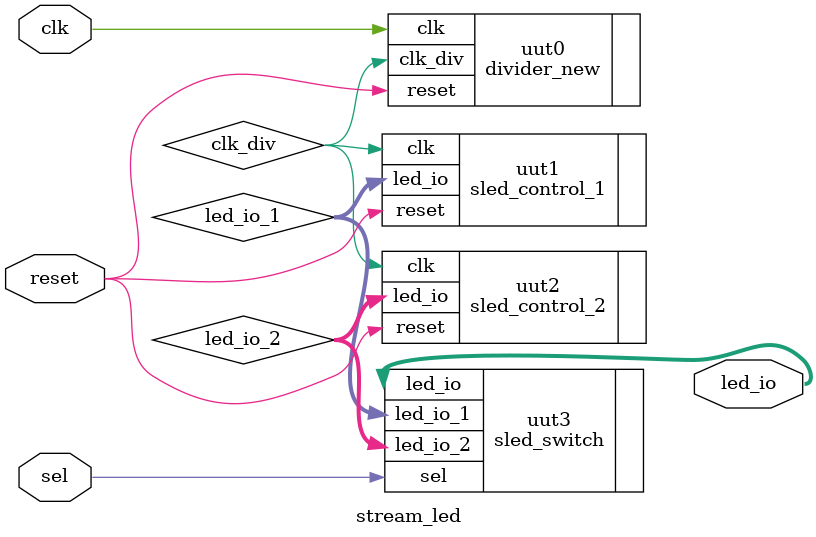
<source format=v>
module stream_led(
	input clk,
	input reset,
	input sel,
	output wire[7:0] led_io
);

wire clk_div;
wire [7:0]led_io_1, led_io_2;
	
divider_new uut0(
	.clk(clk),
	.reset(reset),
	.clk_div(clk_div)
);

sled_control_1 uut1(
	.clk(clk_div),
	.reset(reset),
	.led_io(led_io_1)
);	//流水灯1

sled_control_2 uut2(
	.clk(clk_div),
	.reset(reset),
	.led_io(led_io_2)
);	//流水灯2

sled_switch uut3(
	.sel(sel),
	.led_io_1(led_io_1),
	.led_io_2(led_io_2),
	.led_io(led_io)
);	//选择

endmodule

</source>
